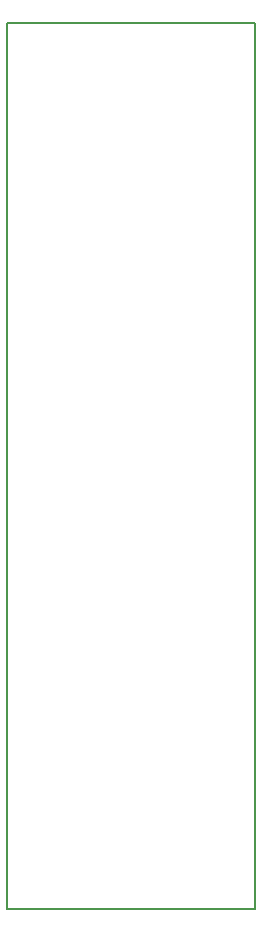
<source format=gm1>
G04 #@! TF.FileFunction,Profile,NP*
%FSLAX46Y46*%
G04 Gerber Fmt 4.6, Leading zero omitted, Abs format (unit mm)*
G04 Created by KiCad (PCBNEW 4.0.1-stable) date Onsdag 20 Januari 2016 21:11:00*
%MOMM*%
G01*
G04 APERTURE LIST*
%ADD10C,0.100000*%
%ADD11C,0.150000*%
G04 APERTURE END LIST*
D10*
D11*
X81000000Y-14000000D02*
X60000000Y-14000000D01*
X81000000Y-89000000D02*
X81000000Y-14000000D01*
X60000000Y-89000000D02*
X81000000Y-89000000D01*
X60000000Y-14000000D02*
X60000000Y-89000000D01*
M02*

</source>
